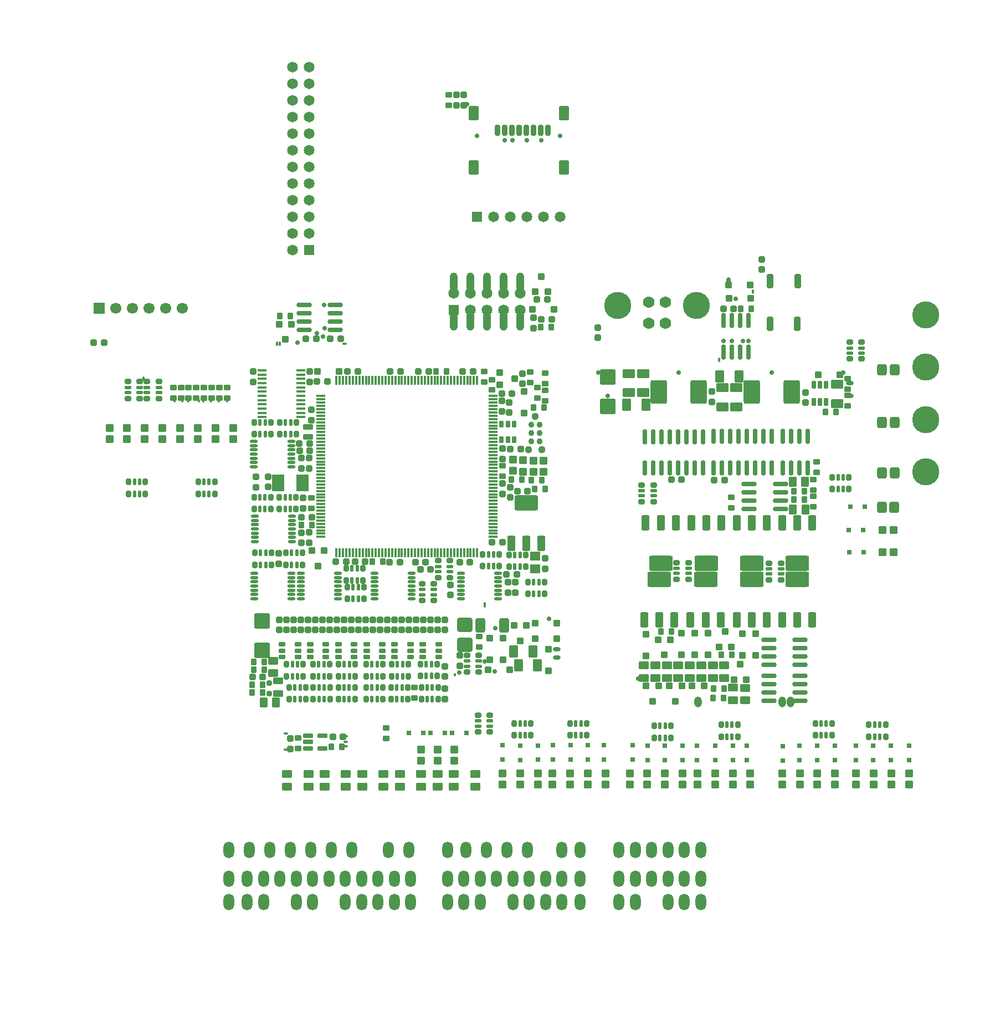
<source format=gts>
G75*
G70*
%OFA0B0*%
%FSLAX25Y25*%
%IPPOS*%
%LPD*%
%AMOC8*
5,1,8,0,0,1.08239X$1,22.5*
%
%AMM100*
21,1,0.033070,0.030710,0.000000,0.000000,180.000000*
21,1,0.022050,0.041730,0.000000,0.000000,180.000000*
1,1,0.011020,-0.011020,0.015350*
1,1,0.011020,0.011020,0.015350*
1,1,0.011020,0.011020,-0.015350*
1,1,0.011020,-0.011020,-0.015350*
%
%AMM106*
21,1,0.027170,0.038980,0.000000,0.000000,0.000000*
21,1,0.017320,0.048820,0.000000,0.000000,0.000000*
1,1,0.009840,0.008660,-0.019490*
1,1,0.009840,-0.008660,-0.019490*
1,1,0.009840,-0.008660,0.019490*
1,1,0.009840,0.008660,0.019490*
%
%AMM107*
21,1,0.092130,0.073230,0.000000,0.000000,90.000000*
21,1,0.069290,0.096060,0.000000,0.000000,90.000000*
1,1,0.022840,0.036610,0.034650*
1,1,0.022840,0.036610,-0.034650*
1,1,0.022840,-0.036610,-0.034650*
1,1,0.022840,-0.036610,0.034650*
%
%AMM108*
21,1,0.098030,0.119290,0.000000,0.000000,180.000000*
21,1,0.074020,0.143310,0.000000,0.000000,180.000000*
1,1,0.024020,-0.037010,0.059650*
1,1,0.024020,0.037010,0.059650*
1,1,0.024020,0.037010,-0.059650*
1,1,0.024020,-0.037010,-0.059650*
%
%AMM109*
21,1,0.076380,0.036220,0.000000,0.000000,0.000000*
21,1,0.061810,0.050790,0.000000,0.000000,0.000000*
1,1,0.014570,0.030910,-0.018110*
1,1,0.014570,-0.030910,-0.018110*
1,1,0.014570,-0.030910,0.018110*
1,1,0.014570,0.030910,0.018110*
%
%AMM110*
21,1,0.076380,0.036220,0.000000,0.000000,90.000000*
21,1,0.061810,0.050790,0.000000,0.000000,90.000000*
1,1,0.014570,0.018110,0.030910*
1,1,0.014570,0.018110,-0.030910*
1,1,0.014570,-0.018110,-0.030910*
1,1,0.014570,-0.018110,0.030910*
%
%AMM114*
21,1,0.084250,0.045670,0.000000,0.000000,270.000000*
21,1,0.067320,0.062600,0.000000,0.000000,270.000000*
1,1,0.016930,-0.022840,-0.033660*
1,1,0.016930,-0.022840,0.033660*
1,1,0.016930,0.022840,0.033660*
1,1,0.016930,0.022840,-0.033660*
%
%AMM115*
21,1,0.064570,0.020470,0.000000,0.000000,270.000000*
21,1,0.053940,0.031100,0.000000,0.000000,270.000000*
1,1,0.010630,-0.010240,-0.026970*
1,1,0.010630,-0.010240,0.026970*
1,1,0.010630,0.010240,0.026970*
1,1,0.010630,0.010240,-0.026970*
%
%AMM116*
21,1,0.033070,0.030710,0.000000,0.000000,270.000000*
21,1,0.022050,0.041730,0.000000,0.000000,270.000000*
1,1,0.011020,-0.015350,-0.011020*
1,1,0.011020,-0.015350,0.011020*
1,1,0.011020,0.015350,0.011020*
1,1,0.011020,0.015350,-0.011020*
%
%AMM122*
21,1,0.041340,0.026770,0.000000,0.000000,0.000000*
21,1,0.029130,0.038980,0.000000,0.000000,0.000000*
1,1,0.012210,0.014570,-0.013390*
1,1,0.012210,-0.014570,-0.013390*
1,1,0.012210,-0.014570,0.013390*
1,1,0.012210,0.014570,0.013390*
%
%AMM123*
21,1,0.041340,0.026770,0.000000,0.000000,90.000000*
21,1,0.029130,0.038980,0.000000,0.000000,90.000000*
1,1,0.012210,0.013390,0.014570*
1,1,0.012210,0.013390,-0.014570*
1,1,0.012210,-0.013390,-0.014570*
1,1,0.012210,-0.013390,0.014570*
%
%AMM124*
21,1,0.084250,0.070870,0.000000,0.000000,270.000000*
21,1,0.062990,0.092130,0.000000,0.000000,270.000000*
1,1,0.021260,-0.035430,-0.031500*
1,1,0.021260,-0.035430,0.031500*
1,1,0.021260,0.035430,0.031500*
1,1,0.021260,0.035430,-0.031500*
%
%AMM125*
21,1,0.056690,0.068500,0.000000,0.000000,180.000000*
21,1,0.040950,0.084250,0.000000,0.000000,180.000000*
1,1,0.015750,-0.020470,0.034250*
1,1,0.015750,0.020470,0.034250*
1,1,0.015750,0.020470,-0.034250*
1,1,0.015750,-0.020470,-0.034250*
%
%AMM126*
21,1,0.076380,0.036220,0.000000,0.000000,270.000000*
21,1,0.061810,0.050790,0.000000,0.000000,270.000000*
1,1,0.014570,-0.018110,-0.030910*
1,1,0.014570,-0.018110,0.030910*
1,1,0.014570,0.018110,0.030910*
1,1,0.014570,0.018110,-0.030910*
%
%AMM129*
21,1,0.027170,0.052760,0.000000,0.000000,270.000000*
21,1,0.017320,0.062600,0.000000,0.000000,270.000000*
1,1,0.009840,-0.026380,-0.008660*
1,1,0.009840,-0.026380,0.008660*
1,1,0.009840,0.026380,0.008660*
1,1,0.009840,0.026380,-0.008660*
%
%AMM130*
21,1,0.038980,0.026770,0.000000,0.000000,0.000000*
21,1,0.026770,0.038980,0.000000,0.000000,0.000000*
1,1,0.012210,0.013390,-0.013390*
1,1,0.012210,-0.013390,-0.013390*
1,1,0.012210,-0.013390,0.013390*
1,1,0.012210,0.013390,0.013390*
%
%AMM132*
21,1,0.040950,0.030320,0.000000,0.000000,0.000000*
21,1,0.028350,0.042910,0.000000,0.000000,0.000000*
1,1,0.012600,0.014170,-0.015160*
1,1,0.012600,-0.014170,-0.015160*
1,1,0.012600,-0.014170,0.015160*
1,1,0.012600,0.014170,0.015160*
%
%AMM38*
21,1,0.038980,0.026770,0.000000,0.000000,180.000000*
21,1,0.026770,0.038980,0.000000,0.000000,180.000000*
1,1,0.012210,-0.013390,0.013390*
1,1,0.012210,0.013390,0.013390*
1,1,0.012210,0.013390,-0.013390*
1,1,0.012210,-0.013390,-0.013390*
%
%AMM39*
21,1,0.037010,0.072440,0.000000,0.000000,0.000000*
21,1,0.025200,0.084250,0.000000,0.000000,0.000000*
1,1,0.011810,0.012600,-0.036220*
1,1,0.011810,-0.012600,-0.036220*
1,1,0.011810,-0.012600,0.036220*
1,1,0.011810,0.012600,0.036220*
%
%AMM40*
21,1,0.038980,0.026770,0.000000,0.000000,90.000000*
21,1,0.026770,0.038980,0.000000,0.000000,90.000000*
1,1,0.012210,0.013390,0.013390*
1,1,0.012210,0.013390,-0.013390*
1,1,0.012210,-0.013390,-0.013390*
1,1,0.012210,-0.013390,0.013390*
%
%AMM41*
21,1,0.015350,0.017720,0.000000,0.000000,180.000000*
21,1,0.000000,0.033070,0.000000,0.000000,180.000000*
1,1,0.015350,0.000000,0.008860*
1,1,0.015350,0.000000,0.008860*
1,1,0.015350,0.000000,-0.008860*
1,1,0.015350,0.000000,-0.008860*
%
%AMM42*
21,1,0.031100,0.026380,0.000000,0.000000,90.000000*
21,1,0.020470,0.037010,0.000000,0.000000,90.000000*
1,1,0.010630,0.013190,0.010240*
1,1,0.010630,0.013190,-0.010240*
1,1,0.010630,-0.013190,-0.010240*
1,1,0.010630,-0.013190,0.010240*
%
%AMM43*
21,1,0.023230,0.027950,0.000000,0.000000,90.000000*
21,1,0.014170,0.037010,0.000000,0.000000,90.000000*
1,1,0.009060,0.013980,0.007090*
1,1,0.009060,0.013980,-0.007090*
1,1,0.009060,-0.013980,-0.007090*
1,1,0.009060,-0.013980,0.007090*
%
%AMM44*
21,1,0.031100,0.026380,0.000000,0.000000,0.000000*
21,1,0.020470,0.037010,0.000000,0.000000,0.000000*
1,1,0.010630,0.010240,-0.013190*
1,1,0.010630,-0.010240,-0.013190*
1,1,0.010630,-0.010240,0.013190*
1,1,0.010630,0.010240,0.013190*
%
%AMM45*
21,1,0.023230,0.027950,0.000000,0.000000,0.000000*
21,1,0.014170,0.037010,0.000000,0.000000,0.000000*
1,1,0.009060,0.007090,-0.013980*
1,1,0.009060,-0.007090,-0.013980*
1,1,0.009060,-0.007090,0.013980*
1,1,0.009060,0.007090,0.013980*
%
%AMM46*
21,1,0.044880,0.035430,0.000000,0.000000,270.000000*
21,1,0.031500,0.048820,0.000000,0.000000,270.000000*
1,1,0.013390,-0.017720,-0.015750*
1,1,0.013390,-0.017720,0.015750*
1,1,0.013390,0.017720,0.015750*
1,1,0.013390,0.017720,-0.015750*
%
%AMM47*
21,1,0.029130,0.018900,0.000000,0.000000,0.000000*
21,1,0.018900,0.029130,0.000000,0.000000,0.000000*
1,1,0.010240,0.009450,-0.009450*
1,1,0.010240,-0.009450,-0.009450*
1,1,0.010240,-0.009450,0.009450*
1,1,0.010240,0.009450,0.009450*
%
%AMM48*
21,1,0.029130,0.018900,0.000000,0.000000,90.000000*
21,1,0.018900,0.029130,0.000000,0.000000,90.000000*
1,1,0.010240,0.009450,0.009450*
1,1,0.010240,0.009450,-0.009450*
1,1,0.010240,-0.009450,-0.009450*
1,1,0.010240,-0.009450,0.009450*
%
%AMM49*
21,1,0.033070,0.030710,0.000000,0.000000,90.000000*
21,1,0.022050,0.041730,0.000000,0.000000,90.000000*
1,1,0.011020,0.015350,0.011020*
1,1,0.011020,0.015350,-0.011020*
1,1,0.011020,-0.015350,-0.011020*
1,1,0.011020,-0.015350,0.011020*
%
%AMM50*
21,1,0.044880,0.049210,0.000000,0.000000,90.000000*
21,1,0.031500,0.062600,0.000000,0.000000,90.000000*
1,1,0.013390,0.024610,0.015750*
1,1,0.013390,0.024610,-0.015750*
1,1,0.013390,-0.024610,-0.015750*
1,1,0.013390,-0.024610,0.015750*
%
%AMM51*
21,1,0.056690,0.048820,0.000000,0.000000,0.000000*
21,1,0.040950,0.064570,0.000000,0.000000,0.000000*
1,1,0.015750,0.020470,-0.024410*
1,1,0.015750,-0.020470,-0.024410*
1,1,0.015750,-0.020470,0.024410*
1,1,0.015750,0.020470,0.024410*
%
%AMM52*
21,1,0.044880,0.035430,0.000000,0.000000,180.000000*
21,1,0.031500,0.048820,0.000000,0.000000,180.000000*
1,1,0.013390,-0.015750,0.017720*
1,1,0.013390,0.015750,0.017720*
1,1,0.013390,0.015750,-0.017720*
1,1,0.013390,-0.015750,-0.017720*
%
%AMM65*
21,1,0.029130,0.030710,0.000000,0.000000,90.000000*
21,1,0.018900,0.040950,0.000000,0.000000,90.000000*
1,1,0.010240,0.015350,0.009450*
1,1,0.010240,0.015350,-0.009450*
1,1,0.010240,-0.015350,-0.009450*
1,1,0.010240,-0.015350,0.009450*
%
%AMM66*
21,1,0.038980,0.026770,0.000000,0.000000,270.000000*
21,1,0.026770,0.038980,0.000000,0.000000,270.000000*
1,1,0.012210,-0.013390,-0.013390*
1,1,0.012210,-0.013390,0.013390*
1,1,0.012210,0.013390,0.013390*
1,1,0.012210,0.013390,-0.013390*
%
%AMM67*
21,1,0.040950,0.050000,0.000000,0.000000,270.000000*
21,1,0.028350,0.062600,0.000000,0.000000,270.000000*
1,1,0.012600,-0.025000,-0.014170*
1,1,0.012600,-0.025000,0.014170*
1,1,0.012600,0.025000,0.014170*
1,1,0.012600,0.025000,-0.014170*
%
%AMM68*
21,1,0.092130,0.073230,0.000000,0.000000,270.000000*
21,1,0.069290,0.096060,0.000000,0.000000,270.000000*
1,1,0.022840,-0.036610,-0.034650*
1,1,0.022840,-0.036610,0.034650*
1,1,0.022840,0.036610,0.034650*
1,1,0.022840,0.036610,-0.034650*
%
%AMM69*
21,1,0.044880,0.049210,0.000000,0.000000,180.000000*
21,1,0.031500,0.062600,0.000000,0.000000,180.000000*
1,1,0.013390,-0.015750,0.024610*
1,1,0.013390,0.015750,0.024610*
1,1,0.013390,0.015750,-0.024610*
1,1,0.013390,-0.015750,-0.024610*
%
%AMM70*
21,1,0.033070,0.030710,0.000000,0.000000,0.000000*
21,1,0.022050,0.041730,0.000000,0.000000,0.000000*
1,1,0.011020,0.011020,-0.015350*
1,1,0.011020,-0.011020,-0.015350*
1,1,0.011020,-0.011020,0.015350*
1,1,0.011020,0.011020,0.015350*
%
%AMM87*
21,1,0.041340,0.026770,0.000000,0.000000,180.000000*
21,1,0.029130,0.038980,0.000000,0.000000,180.000000*
1,1,0.012210,-0.014570,0.013390*
1,1,0.012210,0.014570,0.013390*
1,1,0.012210,0.014570,-0.013390*
1,1,0.012210,-0.014570,-0.013390*
%
%AMM88*
21,1,0.041340,0.026770,0.000000,0.000000,270.000000*
21,1,0.029130,0.038980,0.000000,0.000000,270.000000*
1,1,0.012210,-0.013390,-0.014570*
1,1,0.012210,-0.013390,0.014570*
1,1,0.012210,0.013390,0.014570*
1,1,0.012210,0.013390,-0.014570*
%
%AMM89*
21,1,0.033070,0.049610,0.000000,0.000000,270.000000*
21,1,0.022050,0.060630,0.000000,0.000000,270.000000*
1,1,0.011020,-0.024800,-0.011020*
1,1,0.011020,-0.024800,0.011020*
1,1,0.011020,0.024800,0.011020*
1,1,0.011020,0.024800,-0.011020*
%
%AMM90*
21,1,0.031100,0.026380,0.000000,0.000000,270.000000*
21,1,0.020470,0.037010,0.000000,0.000000,270.000000*
1,1,0.010630,-0.013190,-0.010240*
1,1,0.010630,-0.013190,0.010240*
1,1,0.010630,0.013190,0.010240*
1,1,0.010630,0.013190,-0.010240*
%
%AMM91*
21,1,0.023230,0.027950,0.000000,0.000000,270.000000*
21,1,0.014170,0.037010,0.000000,0.000000,270.000000*
1,1,0.009060,-0.013980,-0.007090*
1,1,0.009060,-0.013980,0.007090*
1,1,0.009060,0.013980,0.007090*
1,1,0.009060,0.013980,-0.007090*
%
%AMM92*
21,1,0.031100,0.026380,0.000000,0.000000,180.000000*
21,1,0.020470,0.037010,0.000000,0.000000,180.000000*
1,1,0.010630,-0.010240,0.013190*
1,1,0.010630,0.010240,0.013190*
1,1,0.010630,0.010240,-0.013190*
1,1,0.010630,-0.010240,-0.013190*
%
%AMM93*
21,1,0.023230,0.027950,0.000000,0.000000,180.000000*
21,1,0.014170,0.037010,0.000000,0.000000,180.000000*
1,1,0.009060,-0.007090,0.013980*
1,1,0.009060,0.007090,0.013980*
1,1,0.009060,0.007090,-0.013980*
1,1,0.009060,-0.007090,-0.013980*
%
%AMM94*
21,1,0.048820,0.075980,0.000000,0.000000,0.000000*
21,1,0.034650,0.090160,0.000000,0.000000,0.000000*
1,1,0.014170,0.017320,-0.037990*
1,1,0.014170,-0.017320,-0.037990*
1,1,0.014170,-0.017320,0.037990*
1,1,0.014170,0.017320,0.037990*
%
%AMM95*
21,1,0.048820,0.075990,0.000000,0.000000,0.000000*
21,1,0.034650,0.090160,0.000000,0.000000,0.000000*
1,1,0.014170,0.017320,-0.037990*
1,1,0.014170,-0.017320,-0.037990*
1,1,0.014170,-0.017320,0.037990*
1,1,0.014170,0.017320,0.037990*
%
%AMM96*
21,1,0.143310,0.067720,0.000000,0.000000,0.000000*
21,1,0.120870,0.090160,0.000000,0.000000,0.000000*
1,1,0.022440,0.060430,-0.033860*
1,1,0.022440,-0.060430,-0.033860*
1,1,0.022440,-0.060430,0.033860*
1,1,0.022440,0.060430,0.033860*
%
%AMM97*
21,1,0.029130,0.030710,0.000000,0.000000,180.000000*
21,1,0.018900,0.040950,0.000000,0.000000,180.000000*
1,1,0.010240,-0.009450,0.015350*
1,1,0.010240,0.009450,0.015350*
1,1,0.010240,0.009450,-0.015350*
1,1,0.010240,-0.009450,-0.015350*
%
%AMM98*
21,1,0.040950,0.030320,0.000000,0.000000,270.000000*
21,1,0.028350,0.042910,0.000000,0.000000,270.000000*
1,1,0.012600,-0.015160,-0.014170*
1,1,0.012600,-0.015160,0.014170*
1,1,0.012600,0.015160,0.014170*
1,1,0.012600,0.015160,-0.014170*
%
%AMM99*
21,1,0.040950,0.030320,0.000000,0.000000,180.000000*
21,1,0.028350,0.042910,0.000000,0.000000,180.000000*
1,1,0.012600,-0.014170,0.015160*
1,1,0.012600,0.014170,0.015160*
1,1,0.012600,0.014170,-0.015160*
1,1,0.012600,-0.014170,-0.015160*
%
%ADD103M67*%
%ADD104M40*%
%ADD105O,0.04567X0.11772*%
%ADD106M43*%
%ADD107M132*%
%ADD111M70*%
%ADD113M107*%
%ADD118O,0.01535X0.02520*%
%ADD121M130*%
%ADD123M114*%
%ADD126O,0.04488X0.06457*%
%ADD128M126*%
%ADD134M87*%
%ADD139M98*%
%ADD140O,0.02913X0.09213*%
%ADD142M42*%
%ADD143M68*%
%ADD149O,0.05748X0.01535*%
%ADD151M90*%
%ADD153M92*%
%ADD162M50*%
%ADD164M39*%
%ADD166M122*%
%ADD167M65*%
%ADD168M110*%
%ADD17C,0.06951*%
%ADD172M99*%
%ADD178C,0.03701*%
%ADD186O,0.05669X0.01417*%
%ADD189M46*%
%ADD195R,0.07244X0.10000*%
%ADD199O,0.04488X0.02520*%
%ADD203R,0.06457X0.05669*%
%ADD210M96*%
%ADD218O,0.06457X0.10000*%
%ADD22M100*%
%ADD223O,0.02520X0.01535*%
%ADD224M44*%
%ADD225R,0.06457X0.06457*%
%ADD230O,0.01339X0.03307*%
%ADD237C,0.00551*%
%ADD24M88*%
%ADD241M109*%
%ADD242M51*%
%ADD243M38*%
%ADD249M116*%
%ADD25M123*%
%ADD256M47*%
%ADD26M89*%
%ADD27M108*%
%ADD29C,0.16299*%
%ADD31O,0.02520X0.04488*%
%ADD33M69*%
%ADD34M93*%
%ADD35C,0.06693*%
%ADD42M91*%
%ADD43O,0.01339X0.02520*%
%ADD44R,0.06693X0.06693*%
%ADD48M115*%
%ADD50M94*%
%ADD52M124*%
%ADD53O,0.04882X0.01732*%
%ADD58M49*%
%ADD59O,0.01339X0.02126*%
%ADD60M129*%
%ADD66C,0.06457*%
%ADD70O,0.03701X0.02913*%
%ADD72M41*%
%ADD73M97*%
%ADD74M66*%
%ADD77C,0.02913*%
%ADD79M106*%
%ADD80M125*%
%ADD83M95*%
%ADD85M48*%
%ADD88O,0.01417X0.05669*%
%ADD89O,0.09213X0.02913*%
%ADD90C,0.03651*%
%ADD91C,0.04451*%
%ADD96M45*%
%ADD98M52*%
X0000000Y0000000D02*
G01*
G75*
D243*
X0067874Y0414764D02*
D03*
X0061654Y0414764D02*
D03*
D223*
X0177067Y0179724D02*
D03*
X0177067Y0170276D02*
D03*
X0213287Y0178248D02*
D03*
X0213287Y0174803D02*
D03*
X0213287Y0172047D02*
D03*
X0212480Y0413996D02*
D03*
D199*
X0516417Y0382973D02*
D03*
X0516417Y0390453D02*
D03*
X0340158Y0230610D02*
D03*
X0340277Y0225611D02*
D03*
D126*
X0425301Y0198971D02*
D03*
X0475990Y0198971D02*
D03*
X0480935Y0198971D02*
D03*
D70*
X0389652Y0212736D02*
D03*
D31*
X0443504Y0451968D02*
D03*
D230*
X0458347Y0445571D02*
D03*
D118*
X0437972Y0404626D02*
D03*
X0091613Y0393126D02*
D03*
D164*
X0468504Y0426083D02*
D03*
X0485039Y0426083D02*
D03*
X0468701Y0451673D02*
D03*
X0485236Y0451673D02*
D03*
D104*
X0463484Y0464921D02*
D03*
X0463484Y0458701D02*
D03*
X0364728Y0423937D02*
D03*
X0364728Y0417717D02*
D03*
D118*
X0173701Y0414193D02*
D03*
X0171732Y0414193D02*
D03*
D59*
X0124733Y0379824D02*
D03*
X0127559Y0379824D02*
D03*
X0118445Y0379824D02*
D03*
X0132185Y0379824D02*
D03*
X0136811Y0379824D02*
D03*
X0142028Y0379824D02*
D03*
X0114803Y0379824D02*
D03*
X0110177Y0379824D02*
D03*
D72*
X0296870Y0257283D02*
D03*
D142*
X0523622Y0405020D02*
D03*
X0516535Y0405020D02*
D03*
X0516535Y0415059D02*
D03*
X0523622Y0415059D02*
D03*
X0292913Y0180807D02*
D03*
X0300000Y0180807D02*
D03*
X0300000Y0190847D02*
D03*
X0292913Y0190847D02*
D03*
D106*
X0523622Y0408465D02*
D03*
X0523622Y0411614D02*
D03*
X0516535Y0411614D02*
D03*
X0516535Y0408465D02*
D03*
X0300000Y0187402D02*
D03*
X0300000Y0184252D02*
D03*
X0292913Y0184252D02*
D03*
X0292913Y0187402D02*
D03*
D224*
X0528051Y0177953D02*
D03*
X0528051Y0185039D02*
D03*
X0538091Y0185039D02*
D03*
X0538091Y0177953D02*
D03*
X0495768Y0178740D02*
D03*
X0495768Y0185827D02*
D03*
X0505807Y0185827D02*
D03*
X0505807Y0178740D02*
D03*
X0439075Y0177953D02*
D03*
X0439075Y0185039D02*
D03*
X0449114Y0185039D02*
D03*
X0449114Y0177953D02*
D03*
X0398917Y0177264D02*
D03*
X0398917Y0184350D02*
D03*
X0408957Y0184350D02*
D03*
X0408957Y0177264D02*
D03*
X0348228Y0178740D02*
D03*
X0348228Y0185827D02*
D03*
X0358268Y0185827D02*
D03*
X0358268Y0178740D02*
D03*
X0324705Y0178740D02*
D03*
X0324705Y0185827D02*
D03*
X0314665Y0185827D02*
D03*
X0314665Y0178740D02*
D03*
X0134449Y0331004D02*
D03*
X0134449Y0323917D02*
D03*
X0124409Y0323917D02*
D03*
X0124409Y0331004D02*
D03*
X0516043Y0326654D02*
D03*
X0516043Y0333740D02*
D03*
X0506004Y0333740D02*
D03*
X0506004Y0326654D02*
D03*
X0082677Y0331004D02*
D03*
X0082677Y0323917D02*
D03*
X0092716Y0323917D02*
D03*
X0092716Y0331004D02*
D03*
D96*
X0531496Y0177953D02*
D03*
X0534646Y0177953D02*
D03*
X0534646Y0185039D02*
D03*
X0531496Y0185039D02*
D03*
X0499213Y0178740D02*
D03*
X0502362Y0178740D02*
D03*
X0502362Y0185827D02*
D03*
X0499213Y0185827D02*
D03*
X0442520Y0177953D02*
D03*
X0445669Y0177953D02*
D03*
X0445669Y0185039D02*
D03*
X0442520Y0185039D02*
D03*
X0402362Y0177264D02*
D03*
X0405512Y0177264D02*
D03*
X0405512Y0184350D02*
D03*
X0402362Y0184350D02*
D03*
X0351673Y0178740D02*
D03*
X0354823Y0178740D02*
D03*
X0354823Y0185827D02*
D03*
X0351673Y0185827D02*
D03*
X0318110Y0185827D02*
D03*
X0321260Y0185827D02*
D03*
X0321260Y0178740D02*
D03*
X0318110Y0178740D02*
D03*
X0131004Y0331004D02*
D03*
X0127854Y0331004D02*
D03*
X0127854Y0323917D02*
D03*
X0131004Y0323917D02*
D03*
X0509449Y0333740D02*
D03*
X0512598Y0333740D02*
D03*
X0512598Y0326654D02*
D03*
X0509449Y0326654D02*
D03*
X0089272Y0323917D02*
D03*
X0086122Y0323917D02*
D03*
X0086122Y0331004D02*
D03*
X0089272Y0331004D02*
D03*
D189*
X0145473Y0363386D02*
D03*
X0145473Y0356693D02*
D03*
X0134843Y0363386D02*
D03*
X0134843Y0356693D02*
D03*
X0124213Y0363386D02*
D03*
X0124213Y0356693D02*
D03*
X0113583Y0363386D02*
D03*
X0113583Y0356693D02*
D03*
X0102953Y0363386D02*
D03*
X0102953Y0356693D02*
D03*
X0092323Y0363386D02*
D03*
X0092323Y0356693D02*
D03*
X0081693Y0363386D02*
D03*
X0081693Y0356693D02*
D03*
X0071063Y0363386D02*
D03*
X0071063Y0356693D02*
D03*
X0552165Y0149213D02*
D03*
X0552165Y0155905D02*
D03*
X0541536Y0149213D02*
D03*
X0541536Y0155905D02*
D03*
X0530906Y0149213D02*
D03*
X0530906Y0155905D02*
D03*
X0520276Y0149213D02*
D03*
X0520276Y0155905D02*
D03*
X0507677Y0149213D02*
D03*
X0507677Y0155905D02*
D03*
X0497047Y0149213D02*
D03*
X0497047Y0155905D02*
D03*
X0486417Y0149213D02*
D03*
X0486417Y0155905D02*
D03*
X0475787Y0149213D02*
D03*
X0475787Y0155905D02*
D03*
X0424803Y0155905D02*
D03*
X0424803Y0149213D02*
D03*
X0456693Y0155905D02*
D03*
X0456693Y0149213D02*
D03*
X0446063Y0155905D02*
D03*
X0446063Y0149213D02*
D03*
X0435433Y0155905D02*
D03*
X0435433Y0149213D02*
D03*
X0307677Y0149213D02*
D03*
X0307677Y0155905D02*
D03*
X0318307Y0149213D02*
D03*
X0318307Y0155905D02*
D03*
X0328937Y0149213D02*
D03*
X0328937Y0155905D02*
D03*
X0337697Y0155905D02*
D03*
X0337697Y0149213D02*
D03*
X0348327Y0155905D02*
D03*
X0348327Y0149213D02*
D03*
X0358957Y0155905D02*
D03*
X0358957Y0149213D02*
D03*
X0369587Y0155905D02*
D03*
X0369587Y0149213D02*
D03*
X0384055Y0155905D02*
D03*
X0384055Y0149213D02*
D03*
X0394685Y0155905D02*
D03*
X0394685Y0149213D02*
D03*
X0405315Y0155905D02*
D03*
X0405315Y0149213D02*
D03*
X0415945Y0155905D02*
D03*
X0415945Y0149213D02*
D03*
X0278543Y0170079D02*
D03*
X0278543Y0163386D02*
D03*
X0268701Y0170079D02*
D03*
X0268701Y0163386D02*
D03*
X0258465Y0170079D02*
D03*
X0258465Y0163386D02*
D03*
D256*
X0552362Y0172441D02*
D03*
X0552362Y0163779D02*
D03*
X0541339Y0172441D02*
D03*
X0541339Y0163779D02*
D03*
X0530709Y0172441D02*
D03*
X0530709Y0163779D02*
D03*
X0520079Y0172441D02*
D03*
X0520079Y0163779D02*
D03*
X0507480Y0172441D02*
D03*
X0507480Y0163779D02*
D03*
X0496850Y0172441D02*
D03*
X0496850Y0163779D02*
D03*
X0486221Y0172441D02*
D03*
X0486221Y0163779D02*
D03*
X0476378Y0172047D02*
D03*
X0476378Y0163386D02*
D03*
X0424606Y0163779D02*
D03*
X0424606Y0172441D02*
D03*
X0454528Y0163779D02*
D03*
X0454528Y0172441D02*
D03*
X0446260Y0163779D02*
D03*
X0446260Y0172441D02*
D03*
X0435630Y0163779D02*
D03*
X0435630Y0172441D02*
D03*
X0415748Y0163779D02*
D03*
X0415748Y0172441D02*
D03*
X0405118Y0163779D02*
D03*
X0405118Y0172441D02*
D03*
X0394882Y0163779D02*
D03*
X0394882Y0172441D02*
D03*
X0385827Y0164272D02*
D03*
X0385827Y0172933D02*
D03*
X0368701Y0164272D02*
D03*
X0368701Y0172933D02*
D03*
X0358760Y0164173D02*
D03*
X0358760Y0172835D02*
D03*
X0348524Y0164173D02*
D03*
X0348524Y0172835D02*
D03*
X0337894Y0164173D02*
D03*
X0337894Y0172835D02*
D03*
X0328740Y0172638D02*
D03*
X0328740Y0163976D02*
D03*
X0318110Y0172441D02*
D03*
X0318110Y0163779D02*
D03*
X0307480Y0172835D02*
D03*
X0307480Y0164173D02*
D03*
D85*
X0277165Y0180216D02*
D03*
X0285827Y0180216D02*
D03*
X0264173Y0180216D02*
D03*
X0272835Y0180216D02*
D03*
X0251181Y0180216D02*
D03*
X0259842Y0180216D02*
D03*
X0525394Y0316043D02*
D03*
X0516732Y0316043D02*
D03*
X0524705Y0302165D02*
D03*
X0516043Y0302165D02*
D03*
X0524902Y0288878D02*
D03*
X0516240Y0288878D02*
D03*
D58*
X0237402Y0183071D02*
D03*
X0237402Y0176772D02*
D03*
D43*
X0279035Y0215158D02*
D03*
D162*
X0291142Y0155315D02*
D03*
X0291142Y0147835D02*
D03*
X0278346Y0147835D02*
D03*
X0278346Y0155315D02*
D03*
X0268504Y0147835D02*
D03*
X0268504Y0155315D02*
D03*
X0258661Y0147835D02*
D03*
X0258661Y0155315D02*
D03*
X0245866Y0155315D02*
D03*
X0245866Y0147835D02*
D03*
X0236024Y0155315D02*
D03*
X0236024Y0147835D02*
D03*
X0223228Y0155315D02*
D03*
X0223228Y0147835D02*
D03*
X0213386Y0155315D02*
D03*
X0213386Y0147835D02*
D03*
X0177953Y0155315D02*
D03*
X0177953Y0147835D02*
D03*
X0200591Y0147835D02*
D03*
X0200591Y0155315D02*
D03*
X0190748Y0147835D02*
D03*
X0190748Y0155315D02*
D03*
D242*
X0543504Y0336417D02*
D03*
X0536024Y0336417D02*
D03*
X0536024Y0366811D02*
D03*
X0543504Y0366811D02*
D03*
X0543228Y0315866D02*
D03*
X0535748Y0315866D02*
D03*
X0536024Y0398622D02*
D03*
X0543504Y0398622D02*
D03*
D98*
X0536221Y0302087D02*
D03*
X0542913Y0302087D02*
D03*
X0536221Y0288661D02*
D03*
X0542913Y0288661D02*
D03*
D29*
X0562205Y0337008D02*
D03*
X0562205Y0368504D02*
D03*
X0562205Y0400000D02*
D03*
X0562205Y0431496D02*
D03*
X0424193Y0437106D02*
D03*
X0376791Y0437106D02*
D03*
D77*
X0342339Y0539012D02*
D03*
X0308957Y0536339D02*
D03*
X0292323Y0538976D02*
D03*
X0322146Y0536339D02*
D03*
X0330906Y0536339D02*
D03*
X0313583Y0536339D02*
D03*
X0286122Y0558287D02*
D03*
X0365302Y0396850D02*
D03*
X0413583Y0396850D02*
D03*
X0370768Y0382677D02*
D03*
X0512402Y0396850D02*
D03*
X0469488Y0396850D02*
D03*
X0447756Y0441043D02*
D03*
X0445571Y0415748D02*
D03*
X0440551Y0415748D02*
D03*
X0455610Y0415748D02*
D03*
X0452067Y0415748D02*
D03*
X0196043Y0420394D02*
D03*
X0199488Y0418327D02*
D03*
X0200669Y0423346D02*
D03*
X0200374Y0437323D02*
D03*
X0303199Y0243258D02*
D03*
X0281693Y0216634D02*
D03*
X0303012Y0217224D02*
D03*
X0335531Y0248819D02*
D03*
X0296919Y0223002D02*
D03*
D218*
X0397244Y0109843D02*
D03*
X0142913Y0109843D02*
D03*
X0155236Y0109843D02*
D03*
X0167559Y0109843D02*
D03*
X0179882Y0109843D02*
D03*
X0192205Y0109843D02*
D03*
X0204528Y0109843D02*
D03*
X0216850Y0109843D02*
D03*
X0426772Y0109843D02*
D03*
X0416929Y0109843D02*
D03*
X0426772Y0092520D02*
D03*
X0426772Y0078347D02*
D03*
X0416929Y0092520D02*
D03*
X0416929Y0078347D02*
D03*
X0407087Y0109843D02*
D03*
X0407087Y0092520D02*
D03*
X0407087Y0078347D02*
D03*
X0397244Y0092520D02*
D03*
X0387402Y0109843D02*
D03*
X0387402Y0092520D02*
D03*
X0387402Y0078347D02*
D03*
X0377559Y0109843D02*
D03*
X0377559Y0092520D02*
D03*
X0377559Y0078347D02*
D03*
X0354331Y0109843D02*
D03*
X0354331Y0092520D02*
D03*
X0354331Y0078347D02*
D03*
X0343307Y0109843D02*
D03*
X0343307Y0092520D02*
D03*
X0343307Y0078347D02*
D03*
X0333465Y0092520D02*
D03*
X0333465Y0078347D02*
D03*
X0322402Y0109843D02*
D03*
X0323622Y0092520D02*
D03*
X0323622Y0078347D02*
D03*
X0310079Y0109843D02*
D03*
X0313779Y0092520D02*
D03*
X0313779Y0078347D02*
D03*
X0297756Y0109843D02*
D03*
X0303937Y0092520D02*
D03*
X0294094Y0092520D02*
D03*
X0294094Y0078347D02*
D03*
X0285433Y0109843D02*
D03*
X0284252Y0092520D02*
D03*
X0284252Y0078347D02*
D03*
X0274409Y0109843D02*
D03*
X0274409Y0092520D02*
D03*
X0274409Y0078347D02*
D03*
X0251181Y0109843D02*
D03*
X0252362Y0092520D02*
D03*
X0252362Y0078347D02*
D03*
X0238858Y0109843D02*
D03*
X0242520Y0092520D02*
D03*
X0242520Y0078347D02*
D03*
X0232677Y0092520D02*
D03*
X0232677Y0078347D02*
D03*
X0222835Y0092520D02*
D03*
X0222835Y0078347D02*
D03*
X0212992Y0092520D02*
D03*
X0212992Y0078347D02*
D03*
X0203150Y0092520D02*
D03*
X0193307Y0078347D02*
D03*
X0193307Y0092520D02*
D03*
X0183465Y0078347D02*
D03*
X0183465Y0092520D02*
D03*
X0173622Y0092520D02*
D03*
X0163779Y0078347D02*
D03*
X0163779Y0092520D02*
D03*
X0153937Y0078347D02*
D03*
X0153937Y0092520D02*
D03*
X0142913Y0078347D02*
D03*
X0142913Y0092520D02*
D03*
D237*
X0397244Y0056890D02*
D03*
X0173622Y0056890D02*
D03*
X0019879Y0279921D02*
D03*
X0586614Y0020079D02*
D03*
X0586614Y0605905D02*
D03*
X0019685Y0605905D02*
D03*
X0019685Y0020079D02*
D03*
X0044272Y0484803D02*
D03*
X0135256Y0484803D02*
D03*
D17*
X0395571Y0426437D02*
D03*
X0395571Y0439094D02*
D03*
X0405413Y0439094D02*
D03*
X0405413Y0426437D02*
D03*
D225*
X0292126Y0490551D02*
D03*
D66*
X0302126Y0490551D02*
D03*
X0312126Y0490551D02*
D03*
X0322126Y0490551D02*
D03*
X0332126Y0490551D02*
D03*
X0342126Y0490551D02*
D03*
X0181142Y0470472D02*
D03*
X0191142Y0480472D02*
D03*
X0181142Y0480472D02*
D03*
X0191142Y0490472D02*
D03*
X0181142Y0490472D02*
D03*
X0191142Y0500472D02*
D03*
X0181142Y0500472D02*
D03*
X0191142Y0510472D02*
D03*
X0181142Y0510472D02*
D03*
X0191142Y0520472D02*
D03*
X0181142Y0520472D02*
D03*
X0191142Y0530472D02*
D03*
X0181142Y0530472D02*
D03*
X0191142Y0540472D02*
D03*
X0181142Y0540472D02*
D03*
X0191142Y0550472D02*
D03*
X0181142Y0550472D02*
D03*
X0191142Y0560472D02*
D03*
X0181142Y0560472D02*
D03*
X0191142Y0570472D02*
D03*
X0181142Y0570472D02*
D03*
X0191142Y0580472D02*
D03*
X0181142Y0580472D02*
D03*
D225*
X0191142Y0470472D02*
D03*
D44*
X0064764Y0435433D02*
D03*
D35*
X0074764Y0435433D02*
D03*
X0084764Y0435433D02*
D03*
X0094764Y0435433D02*
D03*
X0104764Y0435433D02*
D03*
X0114764Y0435433D02*
D03*
X0154331Y0194882D02*
G01*
G75*
D178*
X0167126Y0203937D02*
D03*
X0167126Y0210236D02*
D03*
D167*
X0259646Y0225886D02*
D03*
X0259646Y0229626D02*
D03*
X0259646Y0233366D02*
D03*
X0269095Y0233366D02*
D03*
X0269095Y0229626D02*
D03*
X0269095Y0225886D02*
D03*
X0201378Y0225886D02*
D03*
X0201378Y0229626D02*
D03*
X0201378Y0233366D02*
D03*
X0191929Y0233366D02*
D03*
X0191929Y0229626D02*
D03*
X0191929Y0225886D02*
D03*
X0175000Y0225886D02*
D03*
X0175000Y0229626D02*
D03*
X0175000Y0233366D02*
D03*
X0184449Y0233366D02*
D03*
X0184449Y0229626D02*
D03*
X0184449Y0225886D02*
D03*
X0218307Y0225886D02*
D03*
X0218307Y0229626D02*
D03*
X0218307Y0233366D02*
D03*
X0208859Y0233366D02*
D03*
X0208859Y0229626D02*
D03*
X0208859Y0225886D02*
D03*
X0225788Y0225886D02*
D03*
X0225788Y0229626D02*
D03*
X0225788Y0233366D02*
D03*
X0235236Y0233366D02*
D03*
X0235236Y0229626D02*
D03*
X0235236Y0225886D02*
D03*
X0252166Y0225886D02*
D03*
X0252166Y0229626D02*
D03*
X0252166Y0233366D02*
D03*
X0242717Y0233366D02*
D03*
X0242717Y0229626D02*
D03*
X0242717Y0225886D02*
D03*
D224*
X0268307Y0214370D02*
D03*
X0268307Y0221457D02*
D03*
X0258268Y0221457D02*
D03*
X0258268Y0214370D02*
D03*
X0258760Y0200492D02*
D03*
X0258760Y0207579D02*
D03*
X0268800Y0207579D02*
D03*
X0268800Y0200492D02*
D03*
X0203740Y0200492D02*
D03*
X0203740Y0207579D02*
D03*
X0193701Y0207579D02*
D03*
X0193701Y0200492D02*
D03*
X0179134Y0200492D02*
D03*
X0179134Y0207579D02*
D03*
X0189174Y0207579D02*
D03*
X0189174Y0200492D02*
D03*
X0218799Y0200492D02*
D03*
X0218799Y0207579D02*
D03*
X0208760Y0207579D02*
D03*
X0208760Y0200492D02*
D03*
X0225591Y0200492D02*
D03*
X0225591Y0207579D02*
D03*
X0235630Y0207579D02*
D03*
X0235630Y0200492D02*
D03*
X0250591Y0200492D02*
D03*
X0250591Y0207579D02*
D03*
X0240552Y0207579D02*
D03*
X0240552Y0200492D02*
D03*
X0193603Y0214272D02*
D03*
X0193603Y0221358D02*
D03*
X0203642Y0221358D02*
D03*
X0203642Y0214272D02*
D03*
X0187697Y0214272D02*
D03*
X0187697Y0221358D02*
D03*
X0177658Y0221358D02*
D03*
X0177658Y0214272D02*
D03*
X0208859Y0214272D02*
D03*
X0208859Y0221358D02*
D03*
X0218898Y0221358D02*
D03*
X0218898Y0214272D02*
D03*
X0235630Y0214272D02*
D03*
X0235630Y0221358D02*
D03*
X0225591Y0221358D02*
D03*
X0225591Y0214272D02*
D03*
X0240847Y0214272D02*
D03*
X0240847Y0221358D02*
D03*
X0250886Y0221358D02*
D03*
X0250886Y0214272D02*
D03*
D96*
X0261713Y0221457D02*
D03*
X0264862Y0221457D02*
D03*
X0264862Y0214370D02*
D03*
X0261713Y0214370D02*
D03*
X0262205Y0200492D02*
D03*
X0265355Y0200492D02*
D03*
X0265355Y0207579D02*
D03*
X0262205Y0207579D02*
D03*
X0197146Y0207579D02*
D03*
X0200296Y0207579D02*
D03*
X0200296Y0200492D02*
D03*
X0197146Y0200492D02*
D03*
X0182579Y0200492D02*
D03*
X0185729Y0200492D02*
D03*
X0185729Y0207579D02*
D03*
X0182579Y0207579D02*
D03*
X0212205Y0207579D02*
D03*
X0215355Y0207579D02*
D03*
X0215355Y0200492D02*
D03*
X0212205Y0200492D02*
D03*
X0229036Y0200492D02*
D03*
X0232185Y0200492D02*
D03*
X0232185Y0207579D02*
D03*
X0229036Y0207579D02*
D03*
X0243996Y0207579D02*
D03*
X0247146Y0207579D02*
D03*
X0247146Y0200492D02*
D03*
X0243996Y0200492D02*
D03*
X0197048Y0214272D02*
D03*
X0200197Y0214272D02*
D03*
X0200197Y0221358D02*
D03*
X0197048Y0221358D02*
D03*
X0181103Y0221358D02*
D03*
X0184252Y0221358D02*
D03*
X0184252Y0214272D02*
D03*
X0181103Y0214272D02*
D03*
X0212304Y0214272D02*
D03*
X0215453Y0214272D02*
D03*
X0215453Y0221358D02*
D03*
X0212304Y0221358D02*
D03*
X0229036Y0221358D02*
D03*
X0232185Y0221358D02*
D03*
X0232185Y0214272D02*
D03*
X0229036Y0214272D02*
D03*
X0244292Y0214272D02*
D03*
X0247441Y0214272D02*
D03*
X0247441Y0221358D02*
D03*
X0244292Y0221358D02*
D03*
D74*
X0272835Y0206851D02*
D03*
X0272835Y0200630D02*
D03*
X0238288Y0248288D02*
D03*
X0238288Y0242067D02*
D03*
X0233957Y0242067D02*
D03*
X0233957Y0248288D02*
D03*
X0229626Y0248288D02*
D03*
X0229626Y0242067D02*
D03*
X0225296Y0242067D02*
D03*
X0225296Y0248288D02*
D03*
X0242618Y0248288D02*
D03*
X0242618Y0242067D02*
D03*
X0246949Y0242067D02*
D03*
X0246949Y0248288D02*
D03*
X0251280Y0248288D02*
D03*
X0251280Y0242067D02*
D03*
X0255610Y0242067D02*
D03*
X0255610Y0248288D02*
D03*
X0207973Y0248288D02*
D03*
X0207973Y0242067D02*
D03*
X0212304Y0242067D02*
D03*
X0212304Y0248288D02*
D03*
X0216634Y0248288D02*
D03*
X0216634Y0242067D02*
D03*
X0220965Y0242067D02*
D03*
X0220965Y0248288D02*
D03*
X0173327Y0248288D02*
D03*
X0173327Y0242067D02*
D03*
X0177658Y0242067D02*
D03*
X0177658Y0248288D02*
D03*
X0181988Y0248288D02*
D03*
X0181988Y0242067D02*
D03*
X0186319Y0242067D02*
D03*
X0186319Y0248288D02*
D03*
X0190650Y0248288D02*
D03*
X0190650Y0242067D02*
D03*
X0194981Y0242067D02*
D03*
X0194981Y0248288D02*
D03*
X0199311Y0248288D02*
D03*
X0199311Y0242067D02*
D03*
X0203642Y0242067D02*
D03*
X0203642Y0248288D02*
D03*
X0272835Y0220236D02*
D03*
X0272835Y0214016D02*
D03*
X0259941Y0248288D02*
D03*
X0259941Y0242067D02*
D03*
X0264272Y0242067D02*
D03*
X0264272Y0248288D02*
D03*
X0268603Y0248288D02*
D03*
X0268603Y0242067D02*
D03*
X0272933Y0242067D02*
D03*
X0272933Y0248288D02*
D03*
D103*
X0172638Y0203937D02*
D03*
X0172638Y0211417D02*
D03*
D143*
X0162992Y0229823D02*
D03*
X0162992Y0247540D02*
D03*
D162*
X0169488Y0216142D02*
D03*
X0169488Y0223622D02*
D03*
D33*
X0163878Y0198425D02*
D03*
X0171359Y0198425D02*
D03*
D243*
X0163347Y0213681D02*
D03*
X0157126Y0213681D02*
D03*
D111*
X0163189Y0209154D02*
D03*
X0156890Y0209154D02*
D03*
X0156890Y0204626D02*
D03*
X0163189Y0204626D02*
D03*
X0157874Y0218110D02*
D03*
X0164174Y0218110D02*
D03*
X0157874Y0222736D02*
D03*
X0164174Y0222736D02*
D03*
D58*
X0254626Y0207480D02*
D03*
X0254626Y0201181D02*
D03*
X0153937Y0255512D02*
G01*
G75*
D134*
X0209252Y0397343D02*
D03*
X0196260Y0397343D02*
D03*
D24*
X0320669Y0372441D02*
D03*
X0320669Y0385433D02*
D03*
D72*
X0296870Y0257284D02*
D03*
D26*
X0190551Y0364173D02*
D03*
X0190551Y0358268D02*
D03*
D243*
X0191594Y0354035D02*
D03*
X0185374Y0354035D02*
D03*
X0186555Y0309744D02*
D03*
X0192776Y0309744D02*
D03*
X0307539Y0294784D02*
D03*
X0301319Y0294784D02*
D03*
X0261378Y0282973D02*
D03*
X0255158Y0282973D02*
D03*
X0258110Y0278543D02*
D03*
X0264331Y0278543D02*
D03*
X0245728Y0282874D02*
D03*
X0239508Y0282874D02*
D03*
X0257028Y0397343D02*
D03*
X0263248Y0397343D02*
D03*
X0239902Y0397343D02*
D03*
X0246122Y0397343D02*
D03*
X0220433Y0397441D02*
D03*
X0214213Y0397441D02*
D03*
X0191693Y0349705D02*
D03*
X0185473Y0349705D02*
D03*
X0207224Y0283268D02*
D03*
X0213445Y0283268D02*
D03*
X0309882Y0275591D02*
D03*
X0316102Y0275591D02*
D03*
X0307126Y0384252D02*
D03*
X0313346Y0384252D02*
D03*
X0316476Y0325394D02*
D03*
X0322697Y0325394D02*
D03*
X0218740Y0283268D02*
D03*
X0224961Y0283268D02*
D03*
X0289882Y0397323D02*
D03*
X0283661Y0397323D02*
D03*
X0281831Y0282677D02*
D03*
X0288051Y0282677D02*
D03*
X0196004Y0391339D02*
D03*
X0202224Y0391339D02*
D03*
X0312244Y0350689D02*
D03*
X0318464Y0350689D02*
D03*
D74*
X0192421Y0374469D02*
D03*
X0192421Y0368248D02*
D03*
X0307579Y0330079D02*
D03*
X0307579Y0323859D02*
D03*
X0307480Y0344823D02*
D03*
X0307480Y0351043D02*
D03*
X0319587Y0396221D02*
D03*
X0319587Y0390000D02*
D03*
X0333366Y0278780D02*
D03*
X0333366Y0285000D02*
D03*
X0307185Y0373465D02*
D03*
X0307185Y0379685D02*
D03*
X0191240Y0339114D02*
D03*
X0191240Y0345335D02*
D03*
X0311713Y0372677D02*
D03*
X0311713Y0378898D02*
D03*
X0187697Y0315197D02*
D03*
X0187697Y0321417D02*
D03*
X0276280Y0263032D02*
D03*
X0276280Y0269252D02*
D03*
X0310728Y0264508D02*
D03*
X0310728Y0270729D02*
D03*
X0315158Y0270728D02*
D03*
X0315158Y0264508D02*
D03*
X0166437Y0334213D02*
D03*
X0166437Y0327992D02*
D03*
X0186713Y0339114D02*
D03*
X0186713Y0345335D02*
D03*
X0191339Y0294429D02*
D03*
X0191339Y0300650D02*
D03*
X0312106Y0327914D02*
D03*
X0312106Y0321693D02*
D03*
X0186516Y0294331D02*
D03*
X0186516Y0300551D02*
D03*
X0172933Y0281929D02*
D03*
X0172933Y0288150D02*
D03*
X0159350Y0327894D02*
D03*
X0159350Y0334114D02*
D03*
X0157677Y0391280D02*
D03*
X0157677Y0397500D02*
D03*
X0191713Y0397500D02*
D03*
X0191713Y0391280D02*
D03*
D189*
X0319882Y0337303D02*
D03*
X0319882Y0343996D02*
D03*
X0326083Y0343898D02*
D03*
X0326083Y0337205D02*
D03*
X0313957Y0337894D02*
D03*
X0313957Y0344587D02*
D03*
X0332382Y0343898D02*
D03*
X0332382Y0337205D02*
D03*
D149*
X0186220Y0369981D02*
D03*
X0186220Y0372540D02*
D03*
X0186220Y0375099D02*
D03*
X0186220Y0377658D02*
D03*
X0186220Y0380217D02*
D03*
X0186220Y0382776D02*
D03*
X0186220Y0385335D02*
D03*
X0186220Y0387894D02*
D03*
X0186220Y0390453D02*
D03*
X0186220Y0393012D02*
D03*
X0186220Y0395571D02*
D03*
X0186220Y0398130D02*
D03*
X0162992Y0369981D02*
D03*
X0162992Y0372540D02*
D03*
X0162992Y0375099D02*
D03*
X0162992Y0377658D02*
D03*
X0162992Y0380217D02*
D03*
X0162992Y0382776D02*
D03*
X0162992Y0385335D02*
D03*
X0162992Y0387894D02*
D03*
X0162992Y0390453D02*
D03*
X0162992Y0393012D02*
D03*
X0162992Y0395571D02*
D03*
X0162992Y0398130D02*
D03*
D58*
X0192520Y0315256D02*
D03*
X0192520Y0321555D02*
D03*
X0328543Y0387795D02*
D03*
X0328543Y0381496D02*
D03*
X0301181Y0386319D02*
D03*
X0301181Y0392618D02*
D03*
X0296457Y0391142D02*
D03*
X0296457Y0397441D02*
D03*
X0307579Y0340650D02*
D03*
X0307579Y0334351D02*
D03*
X0324114Y0397047D02*
D03*
X0324114Y0390748D02*
D03*
X0333169Y0386221D02*
D03*
X0333169Y0379921D02*
D03*
X0333169Y0396358D02*
D03*
X0333169Y0390059D02*
D03*
D151*
X0259154Y0269784D02*
D03*
X0266240Y0269784D02*
D03*
X0266240Y0259744D02*
D03*
X0259154Y0259744D02*
D03*
X0268799Y0283662D02*
D03*
X0275886Y0283662D02*
D03*
X0275886Y0273622D02*
D03*
X0268799Y0273622D02*
D03*
D42*
X0259154Y0266339D02*
D03*
X0259154Y0263189D02*
D03*
X0266240Y0263189D02*
D03*
X0266240Y0266339D02*
D03*
X0268799Y0280217D02*
D03*
X0268799Y0277067D02*
D03*
X0275886Y0277067D02*
D03*
X0275886Y0280217D02*
D03*
D153*
X0223524Y0279036D02*
D03*
X0223524Y0271949D02*
D03*
X0213484Y0271949D02*
D03*
X0213484Y0279036D02*
D03*
X0214272Y0260729D02*
D03*
X0214272Y0267815D02*
D03*
X0224311Y0267815D02*
D03*
X0224311Y0260729D02*
D03*
X0332972Y0263681D02*
D03*
X0332972Y0270768D02*
D03*
X0322933Y0270768D02*
D03*
X0322933Y0263681D02*
D03*
X0311516Y0280217D02*
D03*
X0311516Y0287303D02*
D03*
X0321555Y0287303D02*
D03*
X0321555Y0280217D02*
D03*
X0183366Y0314665D02*
D03*
X0183366Y0321752D02*
D03*
X0173327Y0321752D02*
D03*
X0173327Y0314665D02*
D03*
X0158071Y0314666D02*
D03*
X0158071Y0321752D02*
D03*
X0168110Y0321752D02*
D03*
X0168110Y0314666D02*
D03*
X0187303Y0281299D02*
D03*
X0187303Y0288386D02*
D03*
X0177264Y0288386D02*
D03*
X0177264Y0281299D02*
D03*
X0158563Y0281299D02*
D03*
X0158563Y0288386D02*
D03*
X0168602Y0288386D02*
D03*
X0168602Y0281299D02*
D03*
X0183563Y0359843D02*
D03*
X0183563Y0366929D02*
D03*
X0173524Y0366929D02*
D03*
X0173524Y0359843D02*
D03*
X0295669Y0280512D02*
D03*
X0295669Y0287599D02*
D03*
X0305709Y0287599D02*
D03*
X0305709Y0280512D02*
D03*
X0168209Y0359843D02*
D03*
X0168209Y0366929D02*
D03*
X0158169Y0366929D02*
D03*
X0158169Y0359843D02*
D03*
D34*
X0220079Y0279036D02*
D03*
X0216929Y0279036D02*
D03*
X0216929Y0271949D02*
D03*
X0220079Y0271949D02*
D03*
X0217717Y0260729D02*
D03*
X0220866Y0260729D02*
D03*
X0220866Y0267815D02*
D03*
X0217717Y0267815D02*
D03*
X0326378Y0270768D02*
D03*
X0329528Y0270768D02*
D03*
X0329528Y0263681D02*
D03*
X0326378Y0263681D02*
D03*
X0314961Y0280217D02*
D03*
X0318110Y0280217D02*
D03*
X0318110Y0287303D02*
D03*
X0314961Y0287303D02*
D03*
X0176772Y0321752D02*
D03*
X0179921Y0321752D02*
D03*
X0179921Y0314665D02*
D03*
X0176772Y0314665D02*
D03*
X0161516Y0314666D02*
D03*
X0164665Y0314666D02*
D03*
X0164665Y0321752D02*
D03*
X0161516Y0321752D02*
D03*
X0180709Y0288386D02*
D03*
X0183858Y0288386D02*
D03*
X0183858Y0281299D02*
D03*
X0180709Y0281299D02*
D03*
X0162008Y0281299D02*
D03*
X0165158Y0281299D02*
D03*
X0165158Y0288386D02*
D03*
X0162008Y0288386D02*
D03*
X0176969Y0366929D02*
D03*
X0180118Y0366929D02*
D03*
X0180118Y0359843D02*
D03*
X0176969Y0359843D02*
D03*
X0299114Y0280512D02*
D03*
X0302264Y0280512D02*
D03*
X0302264Y0287599D02*
D03*
X0299114Y0287599D02*
D03*
X0161614Y0366929D02*
D03*
X0164764Y0366929D02*
D03*
X0164764Y0359843D02*
D03*
X0161614Y0359843D02*
D03*
D53*
X0252953Y0260827D02*
D03*
X0252953Y0263386D02*
D03*
X0252953Y0265945D02*
D03*
X0252953Y0268504D02*
D03*
X0252953Y0271063D02*
D03*
X0252953Y0273622D02*
D03*
X0252953Y0276181D02*
D03*
X0230512Y0260827D02*
D03*
X0230512Y0263386D02*
D03*
X0230512Y0265945D02*
D03*
X0230512Y0268504D02*
D03*
X0230512Y0271063D02*
D03*
X0230512Y0273622D02*
D03*
X0230512Y0276181D02*
D03*
X0208661Y0260827D02*
D03*
X0208661Y0263386D02*
D03*
X0208661Y0265945D02*
D03*
X0208661Y0268504D02*
D03*
X0208661Y0271063D02*
D03*
X0208661Y0273622D02*
D03*
X0208661Y0276181D02*
D03*
X0186221Y0260827D02*
D03*
X0186221Y0263386D02*
D03*
X0186221Y0265945D02*
D03*
X0186221Y0268504D02*
D03*
X0186221Y0271063D02*
D03*
X0186221Y0273622D02*
D03*
X0186221Y0276181D02*
D03*
X0157972Y0355512D02*
D03*
X0157972Y0352953D02*
D03*
X0157972Y0350394D02*
D03*
X0157972Y0347835D02*
D03*
X0157972Y0345276D02*
D03*
X0157972Y0342717D02*
D03*
X0157972Y0340158D02*
D03*
X0180413Y0355512D02*
D03*
X0180413Y0352953D02*
D03*
X0180413Y0350394D02*
D03*
X0180413Y0347835D02*
D03*
X0180413Y0345276D02*
D03*
X0180413Y0342717D02*
D03*
X0180413Y0340158D02*
D03*
X0158169Y0276181D02*
D03*
X0158169Y0273622D02*
D03*
X0158169Y0271063D02*
D03*
X0158169Y0268504D02*
D03*
X0158169Y0265945D02*
D03*
X0158169Y0263386D02*
D03*
X0158169Y0260827D02*
D03*
X0180610Y0276181D02*
D03*
X0180610Y0273622D02*
D03*
X0180610Y0271063D02*
D03*
X0180610Y0268504D02*
D03*
X0180610Y0265945D02*
D03*
X0180610Y0263386D02*
D03*
X0180610Y0260827D02*
D03*
X0158464Y0310532D02*
D03*
X0158464Y0307973D02*
D03*
X0158464Y0305414D02*
D03*
X0158464Y0302855D02*
D03*
X0158464Y0300295D02*
D03*
X0158464Y0297736D02*
D03*
X0158464Y0295177D02*
D03*
X0180906Y0310532D02*
D03*
X0180906Y0307973D02*
D03*
X0180906Y0305414D02*
D03*
X0180906Y0302855D02*
D03*
X0180906Y0300295D02*
D03*
X0180906Y0297736D02*
D03*
X0180906Y0295177D02*
D03*
X0282480Y0276181D02*
D03*
X0282480Y0273622D02*
D03*
X0282480Y0271063D02*
D03*
X0282480Y0268504D02*
D03*
X0282480Y0265945D02*
D03*
X0282480Y0263386D02*
D03*
X0282480Y0260827D02*
D03*
X0304921Y0276181D02*
D03*
X0304921Y0273622D02*
D03*
X0304921Y0271063D02*
D03*
X0304921Y0268504D02*
D03*
X0304921Y0265945D02*
D03*
X0304921Y0263386D02*
D03*
X0304921Y0260827D02*
D03*
D90*
X0329862Y0355433D02*
D03*
X0324862Y0355433D02*
D03*
X0329862Y0360433D02*
D03*
X0324862Y0360433D02*
D03*
X0329862Y0365433D02*
D03*
X0324862Y0365433D02*
D03*
D186*
X0198228Y0382677D02*
D03*
X0198228Y0380709D02*
D03*
X0198228Y0378740D02*
D03*
X0198228Y0376772D02*
D03*
X0198228Y0374803D02*
D03*
X0198228Y0372835D02*
D03*
X0198228Y0370866D02*
D03*
X0198228Y0368898D02*
D03*
X0198228Y0366929D02*
D03*
X0198228Y0364961D02*
D03*
X0198228Y0362992D02*
D03*
X0198228Y0361024D02*
D03*
X0198228Y0359055D02*
D03*
X0198228Y0357087D02*
D03*
X0198228Y0355118D02*
D03*
X0198228Y0353150D02*
D03*
X0198228Y0351181D02*
D03*
X0198228Y0349213D02*
D03*
X0198228Y0347244D02*
D03*
X0198228Y0345276D02*
D03*
X0198228Y0343307D02*
D03*
X0198228Y0341339D02*
D03*
X0198228Y0339370D02*
D03*
X0198228Y0337402D02*
D03*
X0198228Y0335433D02*
D03*
X0198228Y0333465D02*
D03*
X0198228Y0331496D02*
D03*
X0198228Y0329528D02*
D03*
X0198228Y0327559D02*
D03*
X0198228Y0325591D02*
D03*
X0198228Y0323622D02*
D03*
X0198228Y0321654D02*
D03*
X0198228Y0319685D02*
D03*
X0198228Y0317717D02*
D03*
X0198228Y0315748D02*
D03*
X0198228Y0313780D02*
D03*
X0198228Y0311811D02*
D03*
X0198228Y0309843D02*
D03*
X0198228Y0307874D02*
D03*
X0198228Y0305906D02*
D03*
X0198228Y0303937D02*
D03*
X0198228Y0301969D02*
D03*
X0198228Y0300000D02*
D03*
X0198228Y0298032D02*
D03*
X0301772Y0298032D02*
D03*
X0301772Y0300000D02*
D03*
X0301772Y0301969D02*
D03*
X0301772Y0303937D02*
D03*
X0301772Y0305906D02*
D03*
X0301772Y0307874D02*
D03*
X0301772Y0309843D02*
D03*
X0301772Y0311811D02*
D03*
X0301772Y0313780D02*
D03*
X0301772Y0315748D02*
D03*
X0301772Y0317717D02*
D03*
X0301772Y0319685D02*
D03*
X0301772Y0321654D02*
D03*
X0301772Y0323622D02*
D03*
X0301772Y0325591D02*
D03*
X0301772Y0327559D02*
D03*
X0301772Y0329528D02*
D03*
X0301772Y0331496D02*
D03*
X0301772Y0333465D02*
D03*
X0301772Y0335433D02*
D03*
X0301772Y0337402D02*
D03*
X0301772Y0339370D02*
D03*
X0301772Y0341339D02*
D03*
X0301772Y0343307D02*
D03*
X0301772Y0345276D02*
D03*
X0301772Y0347244D02*
D03*
X0301772Y0349213D02*
D03*
X0301772Y0351181D02*
D03*
X0301772Y0353150D02*
D03*
X0301772Y0355118D02*
D03*
X0301772Y0357087D02*
D03*
X0301772Y0359055D02*
D03*
X0301772Y0361024D02*
D03*
X0301772Y0362992D02*
D03*
X0301772Y0364961D02*
D03*
X0301772Y0366929D02*
D03*
X0301772Y0368898D02*
D03*
X0301772Y0370866D02*
D03*
X0301772Y0372835D02*
D03*
X0301772Y0374803D02*
D03*
X0301772Y0376772D02*
D03*
X0301772Y0378740D02*
D03*
X0301772Y0380709D02*
D03*
X0301772Y0382677D02*
D03*
D88*
X0207677Y0288583D02*
D03*
X0209646Y0288583D02*
D03*
X0211614Y0288583D02*
D03*
X0213583Y0288583D02*
D03*
X0215551Y0288583D02*
D03*
X0217520Y0288583D02*
D03*
X0219488Y0288583D02*
D03*
X0221457Y0288583D02*
D03*
X0223425Y0288583D02*
D03*
X0225394Y0288583D02*
D03*
X0227362Y0288583D02*
D03*
X0229331Y0288583D02*
D03*
X0231299Y0288583D02*
D03*
X0233268Y0288583D02*
D03*
X0235236Y0288583D02*
D03*
X0237205Y0288583D02*
D03*
X0239173Y0288583D02*
D03*
X0241142Y0288583D02*
D03*
X0243110Y0288583D02*
D03*
X0245079Y0288583D02*
D03*
X0247047Y0288583D02*
D03*
X0249016Y0288583D02*
D03*
X0250984Y0288583D02*
D03*
X0252953Y0288583D02*
D03*
X0254921Y0288583D02*
D03*
X0256890Y0288583D02*
D03*
X0258858Y0288583D02*
D03*
X0260827Y0288583D02*
D03*
X0262795Y0288583D02*
D03*
X0264764Y0288583D02*
D03*
X0266732Y0288583D02*
D03*
X0268701Y0288583D02*
D03*
X0270669Y0288583D02*
D03*
X0272638Y0288583D02*
D03*
X0274606Y0288583D02*
D03*
X0276575Y0288583D02*
D03*
X0278543Y0288583D02*
D03*
X0280512Y0288583D02*
D03*
X0282480Y0288583D02*
D03*
X0284449Y0288583D02*
D03*
X0286417Y0288583D02*
D03*
X0288386Y0288583D02*
D03*
X0290354Y0288583D02*
D03*
X0292323Y0288583D02*
D03*
X0292323Y0392126D02*
D03*
X0290354Y0392126D02*
D03*
X0288386Y0392126D02*
D03*
X0286417Y0392126D02*
D03*
X0284449Y0392126D02*
D03*
X0282480Y0392126D02*
D03*
X0280512Y0392126D02*
D03*
X0278543Y0392126D02*
D03*
X0276575Y0392126D02*
D03*
X0274606Y0392126D02*
D03*
X0272638Y0392126D02*
D03*
X0270669Y0392126D02*
D03*
X0268701Y0392126D02*
D03*
X0266732Y0392126D02*
D03*
X0264764Y0392126D02*
D03*
X0262795Y0392126D02*
D03*
X0260827Y0392126D02*
D03*
X0258858Y0392126D02*
D03*
X0256890Y0392126D02*
D03*
X0254921Y0392126D02*
D03*
X0252953Y0392126D02*
D03*
X0250984Y0392126D02*
D03*
X0249016Y0392126D02*
D03*
X0247047Y0392126D02*
D03*
X0245079Y0392126D02*
D03*
X0243110Y0392126D02*
D03*
X0241142Y0392126D02*
D03*
X0239173Y0392126D02*
D03*
X0237205Y0392126D02*
D03*
X0235236Y0392126D02*
D03*
X0233268Y0392126D02*
D03*
X0231299Y0392126D02*
D03*
X0229331Y0392126D02*
D03*
X0227362Y0392126D02*
D03*
X0225394Y0392126D02*
D03*
X0223425Y0392126D02*
D03*
X0221457Y0392126D02*
D03*
X0219488Y0392126D02*
D03*
X0217520Y0392126D02*
D03*
X0215551Y0392126D02*
D03*
X0213583Y0392126D02*
D03*
X0211614Y0392126D02*
D03*
X0209646Y0392126D02*
D03*
X0207677Y0392126D02*
D03*
D50*
X0312795Y0294095D02*
D03*
X0330906Y0294095D02*
D03*
D83*
X0321850Y0294095D02*
D03*
D210*
X0321850Y0318504D02*
D03*
D73*
X0314468Y0356496D02*
D03*
X0310728Y0356496D02*
D03*
X0306988Y0356496D02*
D03*
X0306988Y0365945D02*
D03*
X0310728Y0365945D02*
D03*
X0314468Y0365945D02*
D03*
D139*
X0315039Y0393111D02*
D03*
X0305787Y0396851D02*
D03*
D139*
X0305787Y0389370D02*
D03*
D172*
X0200295Y0289882D02*
D03*
X0196555Y0280630D02*
D03*
D172*
X0192815Y0289882D02*
D03*
D22*
X0229134Y0283071D02*
D03*
X0235433Y0283071D02*
D03*
X0312795Y0332480D02*
D03*
X0319094Y0332480D02*
D03*
X0273721Y0397540D02*
D03*
X0267421Y0397540D02*
D03*
X0331299Y0332284D02*
D03*
X0325000Y0332284D02*
D03*
X0333169Y0326772D02*
D03*
X0326870Y0326772D02*
D03*
X0186516Y0305217D02*
D03*
X0192815Y0305217D02*
D03*
X0326181Y0375689D02*
D03*
X0332480Y0375689D02*
D03*
D203*
X0327165Y0278839D02*
D03*
X0327165Y0286319D02*
D03*
D195*
X0172539Y0330611D02*
D03*
X0187106Y0330611D02*
D03*
D91*
X0323362Y0350433D02*
D03*
X0331362Y0350433D02*
D03*
X0327362Y0370433D02*
D03*
X0362795Y0370472D02*
G01*
G75*
D79*
X0494882Y0379232D02*
D03*
X0498622Y0379232D02*
D03*
X0502362Y0379232D02*
D03*
X0502362Y0389468D02*
D03*
X0498622Y0389468D02*
D03*
X0494882Y0389468D02*
D03*
D199*
X0516417Y0390452D02*
D03*
X0516417Y0382972D02*
D03*
D134*
X0497441Y0395472D02*
D03*
X0510433Y0395472D02*
D03*
D31*
X0370866Y0396358D02*
D03*
D113*
X0370866Y0376476D02*
D03*
X0370866Y0394192D02*
D03*
D27*
X0401673Y0385137D02*
D03*
X0425492Y0385137D02*
D03*
X0481496Y0385137D02*
D03*
X0457677Y0385137D02*
D03*
D241*
X0448228Y0387696D02*
D03*
X0448228Y0376279D02*
D03*
X0383563Y0384744D02*
D03*
X0383563Y0396161D02*
D03*
X0392224Y0396161D02*
D03*
X0392224Y0384744D02*
D03*
X0439763Y0376279D02*
D03*
X0439763Y0387696D02*
D03*
X0508858Y0378248D02*
D03*
X0508858Y0389665D02*
D03*
D168*
X0449803Y0394488D02*
D03*
X0438385Y0394488D02*
D03*
X0382382Y0377559D02*
D03*
X0393799Y0377559D02*
D03*
D104*
X0489862Y0378681D02*
D03*
X0489862Y0384901D02*
D03*
X0433563Y0379173D02*
D03*
X0433563Y0385393D02*
D03*
D58*
X0515256Y0383169D02*
D03*
X0515256Y0376870D02*
D03*
X0515280Y0393208D02*
D03*
X0515280Y0386909D02*
D03*
D111*
X0501968Y0373228D02*
D03*
X0508268Y0373228D02*
D03*
D77*
X0469488Y0396850D02*
D03*
X0512401Y0396850D02*
D03*
X0370767Y0382677D02*
D03*
X0413582Y0396850D02*
D03*
X0365302Y0396850D02*
D03*
X0272638Y0504842D02*
G01*
G75*
D123*
X0290256Y0552873D02*
D03*
X0290256Y0520196D02*
D03*
X0344390Y0520196D02*
D03*
X0344390Y0552873D02*
D03*
D48*
X0335020Y0542637D02*
D03*
X0330689Y0542637D02*
D03*
X0326358Y0542637D02*
D03*
X0322028Y0542637D02*
D03*
X0317697Y0542637D02*
D03*
X0313366Y0542637D02*
D03*
X0309036Y0542637D02*
D03*
X0304705Y0542637D02*
D03*
D104*
X0284351Y0557440D02*
D03*
X0284351Y0563661D02*
D03*
X0279725Y0557440D02*
D03*
X0279725Y0563661D02*
D03*
D249*
X0275197Y0563700D02*
D03*
X0275197Y0557401D02*
D03*
D77*
X0286122Y0558287D02*
D03*
X0313583Y0536338D02*
D03*
X0330906Y0536338D02*
D03*
X0322146Y0536338D02*
D03*
X0292323Y0538976D02*
D03*
X0308957Y0536338D02*
D03*
X0342339Y0539012D02*
D03*
X0278248Y0213780D02*
G01*
G75*
D199*
X0340277Y0225612D02*
D03*
X0340158Y0230611D02*
D03*
D43*
X0279035Y0215158D02*
D03*
D166*
X0340059Y0236811D02*
D03*
X0327067Y0236811D02*
D03*
X0299016Y0218111D02*
D03*
X0312008Y0218111D02*
D03*
X0340059Y0246063D02*
D03*
X0327067Y0246063D02*
D03*
D25*
X0307776Y0224016D02*
D03*
X0307776Y0237008D02*
D03*
X0299902Y0237008D02*
D03*
X0299902Y0224016D02*
D03*
X0335335Y0217619D02*
D03*
X0335335Y0230611D02*
D03*
D52*
X0284744Y0245079D02*
D03*
X0284744Y0233268D02*
D03*
D80*
X0308661Y0244784D02*
D03*
X0294094Y0244784D02*
D03*
D128*
X0325787Y0229036D02*
D03*
X0314370Y0229036D02*
D03*
X0328642Y0220768D02*
D03*
X0317224Y0220768D02*
D03*
D172*
X0322047Y0244804D02*
D03*
X0318307Y0235552D02*
D03*
D172*
X0314567Y0244804D02*
D03*
D151*
X0286122Y0226772D02*
D03*
X0293209Y0226772D02*
D03*
X0293209Y0216733D02*
D03*
X0286122Y0216733D02*
D03*
D42*
X0286122Y0223327D02*
D03*
X0286122Y0220178D02*
D03*
X0293209Y0220178D02*
D03*
X0293209Y0223327D02*
D03*
D104*
X0281890Y0226693D02*
D03*
X0281890Y0220473D02*
D03*
D58*
X0293701Y0237993D02*
D03*
X0293701Y0231693D02*
D03*
D77*
X0296919Y0223003D02*
D03*
X0335532Y0248819D02*
D03*
X0303012Y0217225D02*
D03*
X0281693Y0216634D02*
D03*
X0303199Y0243258D02*
D03*
X0175787Y0167421D02*
G01*
G75*
D223*
X0213287Y0172047D02*
D03*
X0213287Y0174803D02*
D03*
X0213287Y0178248D02*
D03*
X0177067Y0170275D02*
D03*
X0177067Y0179724D02*
D03*
D60*
X0190590Y0178445D02*
D03*
D60*
X0190590Y0174704D02*
D03*
X0190590Y0170964D02*
D03*
X0199055Y0170964D02*
D03*
X0199055Y0178445D02*
D03*
D121*
X0205452Y0177952D02*
D03*
X0211673Y0177952D02*
D03*
D22*
X0210925Y0171653D02*
D03*
X0204626Y0171653D02*
D03*
D104*
X0180019Y0170512D02*
D03*
X0180019Y0176732D02*
D03*
D58*
X0184645Y0170866D02*
D03*
X0184645Y0177165D02*
D03*
X0387795Y0195669D02*
G01*
G75*
D70*
X0389651Y0212736D02*
D03*
D126*
X0480934Y0198971D02*
D03*
X0475990Y0198971D02*
D03*
X0425301Y0198971D02*
D03*
D89*
X0467815Y0236201D02*
D03*
X0467815Y0231200D02*
D03*
X0467815Y0226200D02*
D03*
X0467815Y0221201D02*
D03*
X0486713Y0236201D02*
D03*
X0486713Y0231200D02*
D03*
X0486713Y0226200D02*
D03*
X0486713Y0221201D02*
D03*
X0486713Y0199350D02*
D03*
X0486713Y0204350D02*
D03*
X0486713Y0209350D02*
D03*
X0486713Y0214350D02*
D03*
X0467815Y0199350D02*
D03*
X0467815Y0204350D02*
D03*
X0467815Y0209350D02*
D03*
X0467815Y0214350D02*
D03*
X0455905Y0329803D02*
D03*
X0455905Y0324803D02*
D03*
X0455905Y0319803D02*
D03*
X0455905Y0314803D02*
D03*
X0474803Y0329803D02*
D03*
X0474803Y0324803D02*
D03*
X0474803Y0319803D02*
D03*
X0474803Y0314803D02*
D03*
D140*
X0434665Y0339527D02*
D03*
X0439665Y0339527D02*
D03*
X0444665Y0339527D02*
D03*
X0449665Y0339527D02*
D03*
X0454665Y0339527D02*
D03*
X0459665Y0339527D02*
D03*
X0464665Y0339527D02*
D03*
X0469665Y0339527D02*
D03*
X0434665Y0358425D02*
D03*
X0439665Y0358425D02*
D03*
X0444665Y0358425D02*
D03*
X0449665Y0358425D02*
D03*
X0454665Y0358425D02*
D03*
X0459665Y0358425D02*
D03*
X0464665Y0358425D02*
D03*
X0469665Y0358425D02*
D03*
X0428228Y0358228D02*
D03*
X0423228Y0358228D02*
D03*
X0418228Y0358228D02*
D03*
X0413228Y0358228D02*
D03*
X0408228Y0358228D02*
D03*
X0403228Y0358228D02*
D03*
X0398228Y0358228D02*
D03*
X0393228Y0358228D02*
D03*
X0428228Y0339330D02*
D03*
X0423228Y0339330D02*
D03*
X0418228Y0339330D02*
D03*
X0413228Y0339330D02*
D03*
X0408228Y0339330D02*
D03*
X0403228Y0339330D02*
D03*
X0398228Y0339330D02*
D03*
X0393228Y0339330D02*
D03*
X0491260Y0358425D02*
D03*
X0486260Y0358425D02*
D03*
X0481260Y0358425D02*
D03*
X0476260Y0358425D02*
D03*
X0491260Y0339527D02*
D03*
X0486260Y0339527D02*
D03*
X0481260Y0339527D02*
D03*
X0476260Y0339527D02*
D03*
D107*
X0446752Y0212145D02*
D03*
X0450492Y0221397D02*
D03*
X0408563Y0236299D02*
D03*
X0404823Y0227047D02*
D03*
X0401476Y0208346D02*
D03*
X0397736Y0199094D02*
D03*
X0411712Y0199094D02*
D03*
X0415452Y0208346D02*
D03*
X0429035Y0208346D02*
D03*
X0425295Y0199094D02*
D03*
X0441535Y0241083D02*
D03*
X0437795Y0231831D02*
D03*
D107*
X0454232Y0212145D02*
D03*
X0401082Y0236299D02*
D03*
X0393996Y0208346D02*
D03*
X0407972Y0208346D02*
D03*
X0421555Y0208346D02*
D03*
X0445275Y0231831D02*
D03*
D25*
X0451968Y0226830D02*
D03*
X0451968Y0239823D02*
D03*
X0460039Y0239823D02*
D03*
X0460039Y0226830D02*
D03*
X0423326Y0227126D02*
D03*
X0423326Y0240118D02*
D03*
X0431201Y0240118D02*
D03*
X0431201Y0227126D02*
D03*
X0393996Y0226634D02*
D03*
X0393996Y0239626D02*
D03*
X0415157Y0240019D02*
D03*
X0415157Y0227027D02*
D03*
D249*
X0445275Y0315413D02*
D03*
X0445275Y0321712D02*
D03*
X0494586Y0332441D02*
D03*
X0494586Y0326142D02*
D03*
X0494586Y0316102D02*
D03*
X0494586Y0322401D02*
D03*
X0496653Y0336968D02*
D03*
X0496653Y0343268D02*
D03*
D243*
X0441102Y0332244D02*
D03*
X0434882Y0332244D02*
D03*
X0409094Y0332342D02*
D03*
X0415315Y0332342D02*
D03*
D50*
X0475787Y0248189D02*
D03*
X0493897Y0248189D02*
D03*
X0466535Y0248189D02*
D03*
X0448425Y0248189D02*
D03*
X0420669Y0248189D02*
D03*
X0438779Y0248189D02*
D03*
X0411023Y0248189D02*
D03*
X0392913Y0248189D02*
D03*
X0475787Y0306456D02*
D03*
X0493897Y0306456D02*
D03*
X0466535Y0306456D02*
D03*
X0448425Y0306456D02*
D03*
X0439173Y0306456D02*
D03*
X0421063Y0306456D02*
D03*
X0393701Y0306456D02*
D03*
X0411811Y0306456D02*
D03*
D83*
X0484842Y0248189D02*
D03*
X0457480Y0248189D02*
D03*
X0429724Y0248189D02*
D03*
X0401968Y0248189D02*
D03*
X0484842Y0306456D02*
D03*
X0457480Y0306456D02*
D03*
X0430118Y0306456D02*
D03*
X0402756Y0306456D02*
D03*
D210*
X0484842Y0272598D02*
D03*
X0457480Y0272598D02*
D03*
X0429724Y0272598D02*
D03*
X0401968Y0272598D02*
D03*
X0484842Y0282047D02*
D03*
X0457480Y0282047D02*
D03*
X0430118Y0282047D02*
D03*
X0402756Y0282047D02*
D03*
D142*
X0398425Y0329291D02*
D03*
X0391338Y0329291D02*
D03*
X0391338Y0319252D02*
D03*
X0398425Y0319252D02*
D03*
X0419389Y0282638D02*
D03*
X0412303Y0282638D02*
D03*
X0412303Y0272598D02*
D03*
X0419389Y0272598D02*
D03*
X0475098Y0272204D02*
D03*
X0468011Y0272204D02*
D03*
X0468011Y0282244D02*
D03*
X0475098Y0282244D02*
D03*
D106*
X0391338Y0322697D02*
D03*
X0391338Y0325846D02*
D03*
X0398425Y0325846D02*
D03*
X0398425Y0322697D02*
D03*
X0412303Y0276043D02*
D03*
X0412303Y0279193D02*
D03*
X0419389Y0279193D02*
D03*
X0419389Y0276043D02*
D03*
X0475098Y0275649D02*
D03*
X0475098Y0278799D02*
D03*
X0468011Y0278799D02*
D03*
X0468011Y0275649D02*
D03*
D22*
X0489074Y0325551D02*
D03*
X0482775Y0325551D02*
D03*
X0489074Y0320630D02*
D03*
X0482775Y0320630D02*
D03*
X0402854Y0241004D02*
D03*
X0409153Y0241004D02*
D03*
X0434449Y0206653D02*
D03*
X0440748Y0206653D02*
D03*
X0440649Y0201043D02*
D03*
X0434350Y0201043D02*
D03*
X0445472Y0227126D02*
D03*
X0439173Y0227126D02*
D03*
D33*
X0489665Y0331161D02*
D03*
X0482185Y0331161D02*
D03*
X0482283Y0314527D02*
D03*
X0489764Y0314527D02*
D03*
D162*
X0392716Y0213248D02*
D03*
X0392716Y0220728D02*
D03*
X0399606Y0220728D02*
D03*
X0399606Y0213248D02*
D03*
X0406496Y0213248D02*
D03*
X0406496Y0220728D02*
D03*
X0413386Y0220728D02*
D03*
X0413386Y0213248D02*
D03*
X0420275Y0213248D02*
D03*
X0420275Y0220728D02*
D03*
X0427165Y0220728D02*
D03*
X0427165Y0213248D02*
D03*
X0434055Y0213248D02*
D03*
X0434055Y0220728D02*
D03*
X0440945Y0220728D02*
D03*
X0440945Y0213248D02*
D03*
X0453445Y0207244D02*
D03*
X0453445Y0199763D02*
D03*
X0446260Y0199862D02*
D03*
X0446260Y0207342D02*
D03*
X0079527Y0378740D02*
G01*
G75*
D59*
X0124732Y0379824D02*
D03*
X0127558Y0379824D02*
D03*
X0118444Y0379824D02*
D03*
X0132185Y0379824D02*
D03*
X0136811Y0379824D02*
D03*
X0142027Y0379824D02*
D03*
X0114803Y0379824D02*
D03*
X0110177Y0379824D02*
D03*
D118*
X0091612Y0393126D02*
D03*
D58*
X0141830Y0381399D02*
D03*
X0141830Y0387698D02*
D03*
X0137204Y0381399D02*
D03*
X0137204Y0387698D02*
D03*
X0132578Y0381399D02*
D03*
X0132578Y0387698D02*
D03*
X0127952Y0381399D02*
D03*
X0127952Y0387698D02*
D03*
X0118700Y0387698D02*
D03*
X0118700Y0381399D02*
D03*
X0114074Y0381399D02*
D03*
X0114074Y0387698D02*
D03*
X0109448Y0387698D02*
D03*
X0109448Y0381399D02*
D03*
X0123326Y0381399D02*
D03*
X0123326Y0387698D02*
D03*
D151*
X0082283Y0381301D02*
D03*
X0089370Y0381301D02*
D03*
X0089370Y0391340D02*
D03*
X0082283Y0391340D02*
D03*
X0100787Y0381301D02*
D03*
X0093700Y0381301D02*
D03*
X0093700Y0391340D02*
D03*
X0100787Y0391340D02*
D03*
D42*
X0089370Y0387895D02*
D03*
X0089370Y0384745D02*
D03*
X0082283Y0384745D02*
D03*
X0082283Y0387895D02*
D03*
X0100787Y0384745D02*
D03*
X0100787Y0387895D02*
D03*
X0093700Y0387895D02*
D03*
X0093700Y0384745D02*
D03*
X0437106Y0403150D02*
G01*
G75*
D140*
X0455630Y0428150D02*
D03*
X0450630Y0428150D02*
D03*
X0445630Y0428150D02*
D03*
X0440630Y0428150D02*
D03*
X0455630Y0409253D02*
D03*
X0450630Y0409253D02*
D03*
X0445630Y0409253D02*
D03*
X0440630Y0409253D02*
D03*
D118*
X0437972Y0404626D02*
D03*
D230*
X0458346Y0445571D02*
D03*
D31*
X0443504Y0451969D02*
D03*
D166*
X0456791Y0441437D02*
D03*
X0443799Y0441437D02*
D03*
X0443602Y0449607D02*
D03*
X0456594Y0449607D02*
D03*
D111*
X0450787Y0435276D02*
D03*
X0457086Y0435276D02*
D03*
D121*
X0440492Y0435138D02*
D03*
X0446712Y0435138D02*
D03*
D77*
X0452067Y0415748D02*
D03*
X0455610Y0415748D02*
D03*
X0440551Y0415748D02*
D03*
X0445571Y0415748D02*
D03*
X0447756Y0441044D02*
D03*
X0169173Y0412913D02*
G01*
G75*
D89*
X0207047Y0422539D02*
D03*
X0207047Y0427539D02*
D03*
X0207047Y0432539D02*
D03*
X0207047Y0437539D02*
D03*
X0188149Y0422539D02*
D03*
X0188149Y0427539D02*
D03*
X0188149Y0432539D02*
D03*
X0188149Y0437539D02*
D03*
D223*
X0212480Y0413996D02*
D03*
D118*
X0171732Y0414193D02*
D03*
X0173701Y0414193D02*
D03*
D77*
X0184330Y0414783D02*
D03*
X0200374Y0437322D02*
D03*
X0200669Y0423346D02*
D03*
X0199488Y0418326D02*
D03*
X0196043Y0420393D02*
D03*
D22*
X0180000Y0430826D02*
D03*
X0173700Y0430826D02*
D03*
D172*
X0176850Y0416673D02*
D03*
X0180590Y0425925D02*
D03*
D172*
X0173110Y0425925D02*
D03*
D243*
X0195512Y0417244D02*
D03*
X0189291Y0417244D02*
D03*
X0210078Y0417244D02*
D03*
X0203858Y0417244D02*
D03*
X0270571Y0417028D02*
G01*
G75*
D105*
X0318228Y0427658D02*
D03*
X0318228Y0451083D02*
D03*
X0308228Y0427658D02*
D03*
X0308228Y0451083D02*
D03*
X0298228Y0427658D02*
D03*
X0298228Y0451083D02*
D03*
X0288228Y0427658D02*
D03*
X0288228Y0451083D02*
D03*
X0278228Y0427658D02*
D03*
X0278228Y0451083D02*
D03*
D74*
X0326378Y0429784D02*
D03*
X0326378Y0423564D02*
D03*
D166*
X0325492Y0434745D02*
D03*
X0338484Y0434745D02*
D03*
D107*
X0327264Y0445355D02*
D03*
X0331004Y0454607D02*
D03*
D107*
X0334744Y0445355D02*
D03*
D243*
X0334508Y0440748D02*
D03*
X0328287Y0440748D02*
D03*
X0337067Y0428741D02*
D03*
X0330846Y0428741D02*
D03*
D111*
X0330709Y0424115D02*
D03*
X0337008Y0424115D02*
D03*
D66*
X0318228Y0444371D02*
D03*
X0318228Y0434371D02*
D03*
X0308228Y0444371D02*
D03*
X0308228Y0434371D02*
D03*
X0298228Y0444371D02*
D03*
X0298228Y0434371D02*
D03*
X0288228Y0444371D02*
D03*
X0288228Y0434371D02*
D03*
X0278228Y0444371D02*
D03*
D225*
X0278228Y0434371D02*
D03*
M02*

</source>
